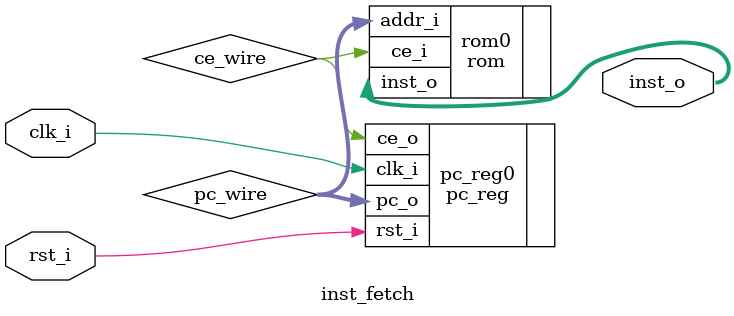
<source format=v>

module inst_fetch (
    input wire rst_i,
    input wire clk_i,
    output wire[31:0] inst_o
);
    wire[31:0] pc_wire;
    wire ce_wire;

    pc_reg pc_reg0(
        .rst_i(rst_i),
        .clk_i(clk_i),
        .pc_o(pc_wire),
        .ce_o(ce_wire)
    );

    rom rom0(
        .addr_i(pc_wire),
        .ce_i(ce_wire),
        .inst_o(inst_o)
    );
endmodule
</source>
